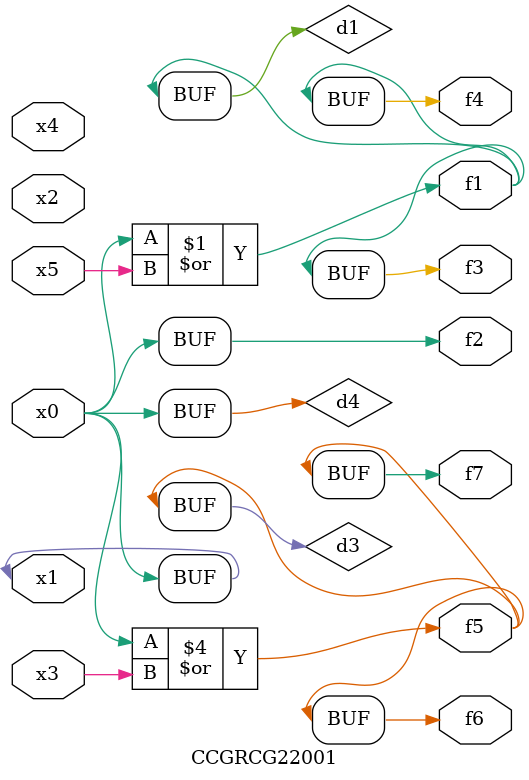
<source format=v>
module CCGRCG22001(
	input x0, x1, x2, x3, x4, x5,
	output f1, f2, f3, f4, f5, f6, f7
);

	wire d1, d2, d3, d4;

	or (d1, x0, x5);
	xnor (d2, x1, x4);
	or (d3, x0, x3);
	buf (d4, x0, x1);
	assign f1 = d1;
	assign f2 = d4;
	assign f3 = d1;
	assign f4 = d1;
	assign f5 = d3;
	assign f6 = d3;
	assign f7 = d3;
endmodule

</source>
